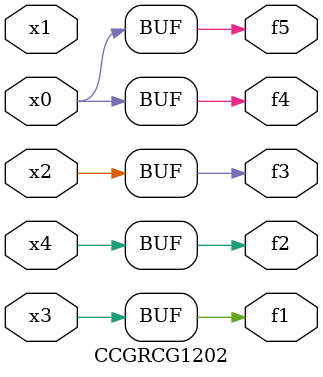
<source format=v>
module CCGRCG1202(
	input x0, x1, x2, x3, x4,
	output f1, f2, f3, f4, f5
);
	assign f1 = x3;
	assign f2 = x4;
	assign f3 = x2;
	assign f4 = x0;
	assign f5 = x0;
endmodule

</source>
